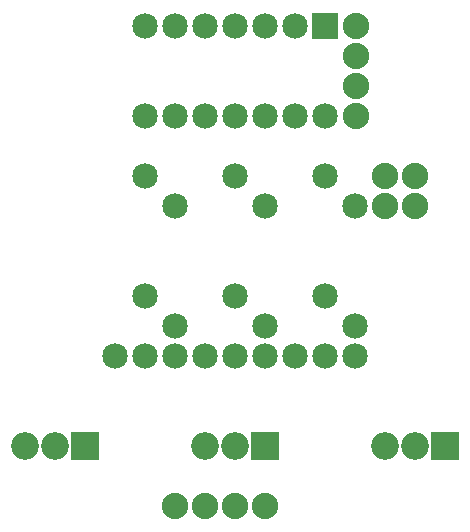
<source format=gts>
G04 MADE WITH FRITZING*
G04 WWW.FRITZING.ORG*
G04 DOUBLE SIDED*
G04 HOLES PLATED*
G04 CONTOUR ON CENTER OF CONTOUR VECTOR*
%ASAXBY*%
%FSLAX23Y23*%
%MOIN*%
%OFA0B0*%
%SFA1.0B1.0*%
%ADD10C,0.088000*%
%ADD11C,0.085000*%
%ADD12C,0.092000*%
%ADD13R,0.085000X0.085000*%
%ADD14R,0.092000X0.092000*%
%LNMASK1*%
G90*
G70*
G54D10*
X1442Y1188D03*
X1342Y1188D03*
X1442Y1188D03*
X1342Y1188D03*
X1442Y1088D03*
X1342Y1088D03*
X1442Y1088D03*
X1342Y1088D03*
X642Y88D03*
X742Y88D03*
X842Y88D03*
X942Y88D03*
X642Y88D03*
X742Y88D03*
X842Y88D03*
X942Y88D03*
G54D11*
X1142Y1688D03*
X1142Y1388D03*
X1042Y1688D03*
X1042Y1388D03*
X942Y1688D03*
X942Y1388D03*
X842Y1688D03*
X842Y1388D03*
X742Y1688D03*
X742Y1388D03*
X642Y1688D03*
X642Y1388D03*
X542Y1688D03*
X542Y1388D03*
G54D10*
X1247Y1688D03*
X1247Y1588D03*
X1247Y1488D03*
X1247Y1388D03*
X1247Y1688D03*
X1247Y1588D03*
X1247Y1488D03*
X1247Y1388D03*
G54D11*
X642Y588D03*
X542Y588D03*
X442Y588D03*
X642Y588D03*
X542Y588D03*
X442Y588D03*
X942Y588D03*
X842Y588D03*
X742Y588D03*
X942Y588D03*
X842Y588D03*
X742Y588D03*
X1242Y588D03*
X1142Y588D03*
X1042Y588D03*
X1242Y588D03*
X1142Y588D03*
X1042Y588D03*
G54D12*
X942Y288D03*
X842Y288D03*
X742Y288D03*
X942Y288D03*
X842Y288D03*
X742Y288D03*
X342Y288D03*
X242Y288D03*
X142Y288D03*
X342Y288D03*
X242Y288D03*
X142Y288D03*
X1542Y288D03*
X1442Y288D03*
X1342Y288D03*
X1542Y288D03*
X1442Y288D03*
X1342Y288D03*
G54D11*
X642Y688D03*
X642Y1088D03*
X642Y688D03*
X642Y1088D03*
X942Y688D03*
X942Y1088D03*
X942Y688D03*
X942Y1088D03*
X1242Y688D03*
X1242Y1088D03*
X1242Y688D03*
X1242Y1088D03*
X842Y1188D03*
X842Y788D03*
X842Y1188D03*
X842Y788D03*
X542Y1188D03*
X542Y788D03*
X542Y1188D03*
X542Y788D03*
X1142Y1188D03*
X1142Y788D03*
X1142Y1188D03*
X1142Y788D03*
G54D13*
X1142Y1688D03*
G54D14*
X942Y288D03*
X942Y288D03*
X342Y288D03*
X342Y288D03*
X1542Y288D03*
X1542Y288D03*
G04 End of Mask1*
M02*
</source>
